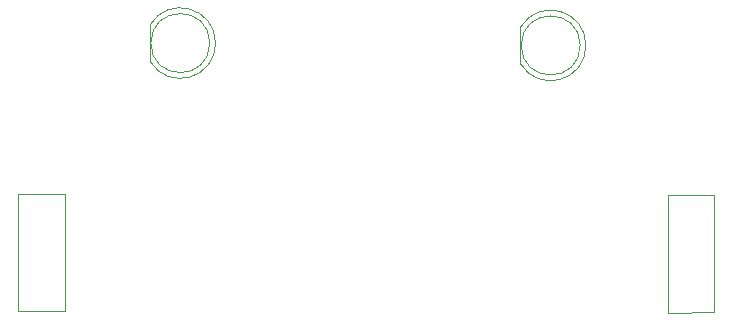
<source format=gbr>
%TF.GenerationSoftware,KiCad,Pcbnew,7.0.8*%
%TF.CreationDate,2024-11-20T01:05:03+01:00*%
%TF.ProjectId,PaperBot,50617065-7242-46f7-942e-6b696361645f,rev?*%
%TF.SameCoordinates,Original*%
%TF.FileFunction,Legend,Top*%
%TF.FilePolarity,Positive*%
%FSLAX46Y46*%
G04 Gerber Fmt 4.6, Leading zero omitted, Abs format (unit mm)*
G04 Created by KiCad (PCBNEW 7.0.8) date 2024-11-20 01:05:03*
%MOMM*%
%LPD*%
G01*
G04 APERTURE LIST*
%ADD10C,0.120000*%
G04 APERTURE END LIST*
D10*
%TO.C,S2*%
X98893400Y-82487600D02*
X98893400Y-72530800D01*
X102830400Y-82487600D02*
X98893400Y-82513000D01*
X98893400Y-72530800D02*
X102830400Y-72530800D01*
X102830400Y-72530800D02*
X102830400Y-82487600D01*
%TO.C,D2*%
X146480000Y-59990000D02*
G75*
G03*
X146480000Y-59990000I-2500000J0D01*
G01*
X141420000Y-61534830D02*
G75*
G03*
X146970000Y-59989538I2560000J1544830D01*
G01*
X146969999Y-59990462D02*
G75*
G03*
X141420001Y-58445170I-2989999J462D01*
G01*
X141420000Y-58445000D02*
X141420000Y-61535000D01*
%TO.C,D1*%
X115120000Y-59790000D02*
G75*
G03*
X115120000Y-59790000I-2500000J0D01*
G01*
X110060000Y-61334830D02*
G75*
G03*
X115610000Y-59789538I2560000J1544830D01*
G01*
X115609999Y-59790462D02*
G75*
G03*
X110060001Y-58245170I-2989999J462D01*
G01*
X110060000Y-58245000D02*
X110060000Y-61335000D01*
%TO.C,S1*%
X153893400Y-82587600D02*
X153893400Y-72630800D01*
X157830400Y-82587600D02*
X153893400Y-82613000D01*
X153893400Y-72630800D02*
X157830400Y-72630800D01*
X157830400Y-72630800D02*
X157830400Y-82587600D01*
%TD*%
M02*

</source>
